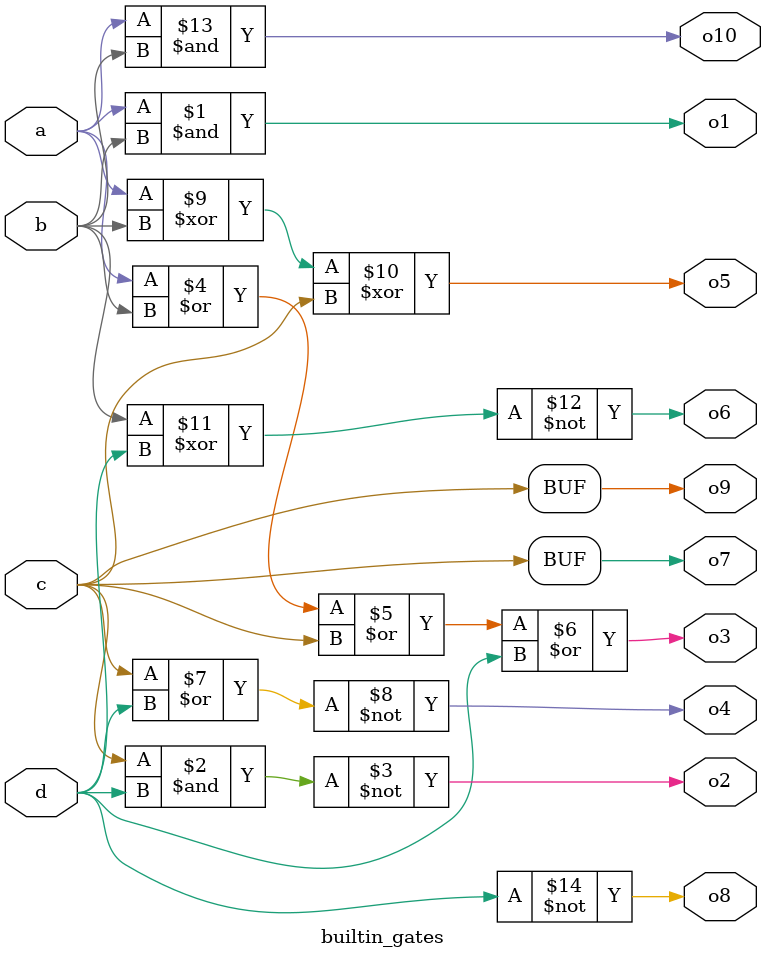
<source format=v>
module builtin_gates (a,b,c,d,o1,o2,o3,o4,o5,o6,o7,o8,o9,o10);

input a,b,c,d;
output o1,o2,o3,o4,o5,o6,o7,o8,o9,o10;

//Gate without delays
and and1(o1,a,b);
nand nand1(o2,c,d);
or or1(o3,a,b,c,d);
nor nor1(o4,c,d);
xor xor1(o5,a,b,c);
xnor xnor1(o6,b,d);
buf buf1(o7,c);
not not1(o8,d);

//Gate with delays
buf #0.1 buf_dly(o9,c);
and #0.2 and_dly(o10,a,b);

endmodule
</source>
